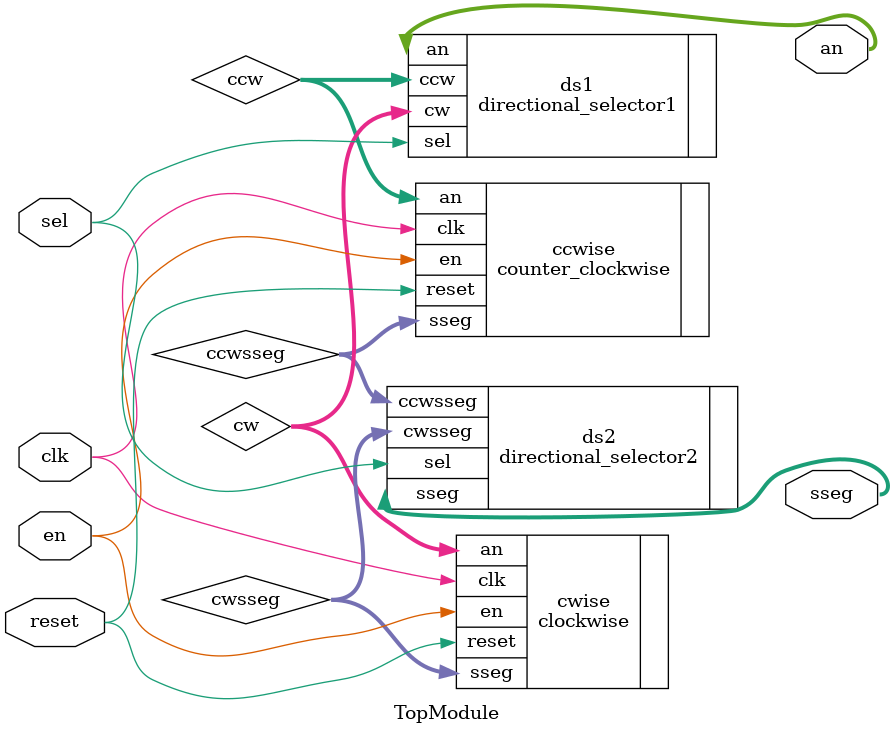
<source format=v>
`timescale 1ns / 1ps
module TopModule(
    input wire clk, reset,sel,en,
    output  [3:0] an,  // enable 1-out-of-4 asserted low
    output  [7:0] sseg // led segments
   ); 
	 
	wire [7:0] cw;
	wire [7:0] ccw;
	wire [7:0] cwsseg;
	wire [7:0] ccwsseg;
	
	clockwise cwise (.clk(clk),.reset(reset),.sseg(cwsseg),.an(cw),.en(en));
	counter_clockwise ccwise(.clk(clk),.reset(reset),.sseg(ccwsseg),.an(ccw),.en(en));
	directional_selector1 ds1(.sel(sel),.cw(cw),.ccw(ccw),.an(an));
	directional_selector2 ds2(.sel(sel),.cwsseg(cwsseg),.ccwsseg(ccwsseg),.sseg(sseg));
	

endmodule

</source>
